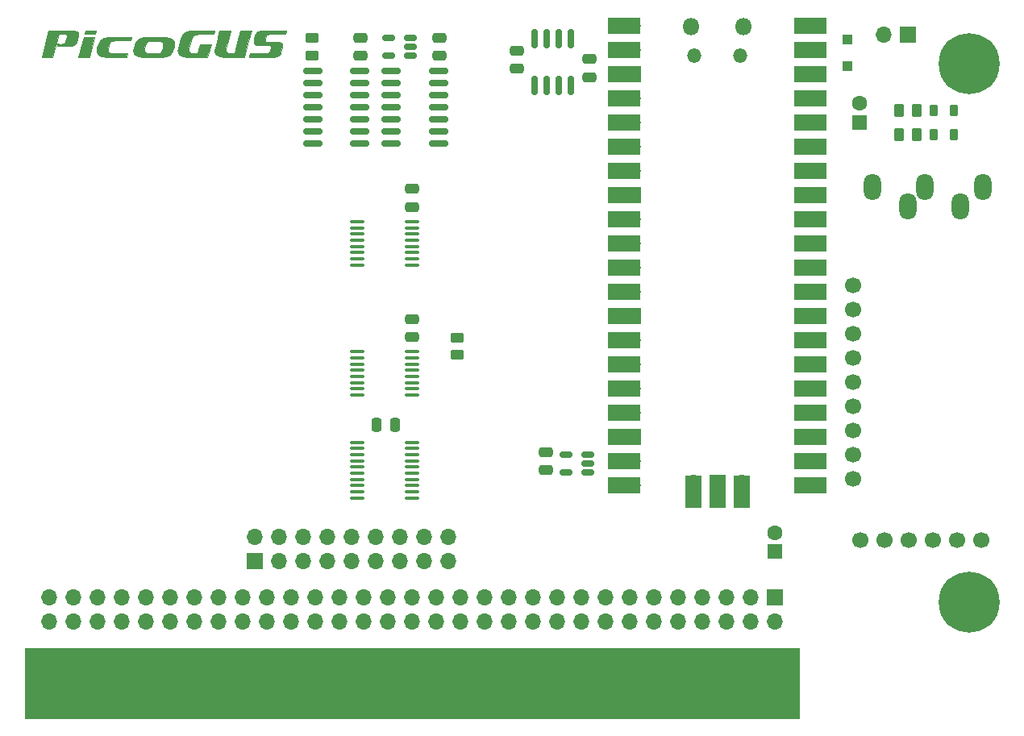
<source format=gbr>
G04 #@! TF.GenerationSoftware,KiCad,Pcbnew,7.0.5-0*
G04 #@! TF.CreationDate,2023-07-02T22:21:17-05:00*
G04 #@! TF.ProjectId,PicoGUS,5069636f-4755-4532-9e6b-696361645f70,rev?*
G04 #@! TF.SameCoordinates,Original*
G04 #@! TF.FileFunction,Soldermask,Top*
G04 #@! TF.FilePolarity,Negative*
%FSLAX46Y46*%
G04 Gerber Fmt 4.6, Leading zero omitted, Abs format (unit mm)*
G04 Created by KiCad (PCBNEW 7.0.5-0) date 2023-07-02 22:21:17*
%MOMM*%
%LPD*%
G01*
G04 APERTURE LIST*
G04 Aperture macros list*
%AMRoundRect*
0 Rectangle with rounded corners*
0 $1 Rounding radius*
0 $2 $3 $4 $5 $6 $7 $8 $9 X,Y pos of 4 corners*
0 Add a 4 corners polygon primitive as box body*
4,1,4,$2,$3,$4,$5,$6,$7,$8,$9,$2,$3,0*
0 Add four circle primitives for the rounded corners*
1,1,$1+$1,$2,$3*
1,1,$1+$1,$4,$5*
1,1,$1+$1,$6,$7*
1,1,$1+$1,$8,$9*
0 Add four rect primitives between the rounded corners*
20,1,$1+$1,$2,$3,$4,$5,0*
20,1,$1+$1,$4,$5,$6,$7,0*
20,1,$1+$1,$6,$7,$8,$9,0*
20,1,$1+$1,$8,$9,$2,$3,0*%
G04 Aperture macros list end*
%ADD10C,0.070000*%
%ADD11C,0.100000*%
%ADD12R,1.524000X6.858000*%
%ADD13RoundRect,0.250000X0.475000X-0.250000X0.475000X0.250000X-0.475000X0.250000X-0.475000X-0.250000X0*%
%ADD14RoundRect,0.250000X-0.262500X-0.450000X0.262500X-0.450000X0.262500X0.450000X-0.262500X0.450000X0*%
%ADD15RoundRect,0.100000X-0.637500X-0.100000X0.637500X-0.100000X0.637500X0.100000X-0.637500X0.100000X0*%
%ADD16R,1.700000X1.700000*%
%ADD17O,1.700000X1.700000*%
%ADD18RoundRect,0.150000X-0.825000X-0.150000X0.825000X-0.150000X0.825000X0.150000X-0.825000X0.150000X0*%
%ADD19RoundRect,0.150000X-0.150000X0.825000X-0.150000X-0.825000X0.150000X-0.825000X0.150000X0.825000X0*%
%ADD20R,1.600000X1.600000*%
%ADD21C,1.600000*%
%ADD22O,1.800000X2.800000*%
%ADD23RoundRect,0.150000X0.512500X0.150000X-0.512500X0.150000X-0.512500X-0.150000X0.512500X-0.150000X0*%
%ADD24O,1.800000X1.800000*%
%ADD25O,1.500000X1.500000*%
%ADD26R,3.500000X1.700000*%
%ADD27R,1.700000X3.500000*%
%ADD28RoundRect,0.250000X0.250000X0.475000X-0.250000X0.475000X-0.250000X-0.475000X0.250000X-0.475000X0*%
%ADD29RoundRect,0.218750X-0.218750X-0.381250X0.218750X-0.381250X0.218750X0.381250X-0.218750X0.381250X0*%
%ADD30RoundRect,0.250000X0.450000X-0.262500X0.450000X0.262500X-0.450000X0.262500X-0.450000X-0.262500X0*%
%ADD31C,6.400000*%
%ADD32RoundRect,0.250000X-0.450000X0.262500X-0.450000X-0.262500X0.450000X-0.262500X0.450000X0.262500X0*%
%ADD33C,1.700000*%
%ADD34R,1.100000X1.100000*%
%ADD35RoundRect,0.250000X0.262500X0.450000X-0.262500X0.450000X-0.262500X-0.450000X0.262500X-0.450000X0*%
G04 APERTURE END LIST*
D10*
X123925861Y-64390492D02*
X122784436Y-64390492D01*
X122884372Y-64023393D01*
X124026105Y-64023393D01*
X123925861Y-64390492D01*
G36*
X123925861Y-64390492D02*
G01*
X122784436Y-64390492D01*
X122884372Y-64023393D01*
X124026105Y-64023393D01*
X123925861Y-64390492D01*
G37*
X134175025Y-64025038D02*
X136439503Y-64025038D01*
X136334864Y-64389694D01*
X134890645Y-64389694D01*
X134743653Y-64393082D01*
X134615336Y-64402791D01*
X134503848Y-64419989D01*
X134453839Y-64431761D01*
X134407344Y-64445843D01*
X134364135Y-64462381D01*
X134323979Y-64481521D01*
X134286647Y-64503408D01*
X134251908Y-64528189D01*
X134219531Y-64556010D01*
X134189285Y-64587017D01*
X134160940Y-64621355D01*
X134134264Y-64659170D01*
X134085002Y-64745817D01*
X134039651Y-64848125D01*
X133996368Y-64967262D01*
X133953306Y-65104394D01*
X133746369Y-65856236D01*
X133736471Y-65896341D01*
X133729542Y-65934592D01*
X133725434Y-65971028D01*
X133723998Y-66005686D01*
X133725088Y-66038607D01*
X133728554Y-66069827D01*
X133734250Y-66099387D01*
X133742027Y-66127323D01*
X133751738Y-66153675D01*
X133763234Y-66178482D01*
X133776368Y-66201781D01*
X133790991Y-66223612D01*
X133806957Y-66244013D01*
X133824117Y-66263021D01*
X133842324Y-66280677D01*
X133861429Y-66297019D01*
X133881284Y-66312084D01*
X133901743Y-66325912D01*
X133922656Y-66338541D01*
X133943876Y-66350009D01*
X133986646Y-66369619D01*
X134028870Y-66385049D01*
X134069364Y-66396608D01*
X134106947Y-66404605D01*
X134140435Y-66409346D01*
X134168645Y-66411141D01*
X134644113Y-66411345D01*
X134926046Y-65412764D01*
X136068779Y-65412457D01*
X135695894Y-66791334D01*
X135423810Y-66787594D01*
X134827959Y-66786960D01*
X133965119Y-66790923D01*
X133847563Y-66791528D01*
X133723584Y-66790084D01*
X133595493Y-66785342D01*
X133465600Y-66776056D01*
X133336214Y-66760979D01*
X133272433Y-66750879D01*
X133209646Y-66738864D01*
X133148140Y-66724777D01*
X133088205Y-66708463D01*
X133030130Y-66689766D01*
X132974202Y-66668529D01*
X132920712Y-66644598D01*
X132869947Y-66617816D01*
X132822196Y-66588027D01*
X132777749Y-66555076D01*
X132736893Y-66518806D01*
X132699919Y-66479062D01*
X132667113Y-66435688D01*
X132638766Y-66388527D01*
X132615165Y-66337424D01*
X132596600Y-66282224D01*
X132583360Y-66222770D01*
X132575733Y-66158906D01*
X132574007Y-66090476D01*
X132578472Y-66017325D01*
X132589417Y-65939297D01*
X132607129Y-65856236D01*
X132865499Y-64869278D01*
X132894685Y-64770470D01*
X132929371Y-64676900D01*
X132969883Y-64588761D01*
X133016545Y-64506246D01*
X133069685Y-64429548D01*
X133129629Y-64358861D01*
X133162254Y-64325832D01*
X133196703Y-64294378D01*
X133233015Y-64264523D01*
X133271233Y-64236291D01*
X133311395Y-64209706D01*
X133353544Y-64184793D01*
X133397721Y-64161576D01*
X133443965Y-64140078D01*
X133492317Y-64120325D01*
X133542819Y-64102339D01*
X133595511Y-64086146D01*
X133650435Y-64071769D01*
X133767137Y-64048561D01*
X133893252Y-64032907D01*
X134029106Y-64025002D01*
X134175025Y-64025038D01*
G36*
X134175025Y-64025038D02*
G01*
X136439503Y-64025038D01*
X136334864Y-64389694D01*
X134890645Y-64389694D01*
X134743653Y-64393082D01*
X134615336Y-64402791D01*
X134503848Y-64419989D01*
X134453839Y-64431761D01*
X134407344Y-64445843D01*
X134364135Y-64462381D01*
X134323979Y-64481521D01*
X134286647Y-64503408D01*
X134251908Y-64528189D01*
X134219531Y-64556010D01*
X134189285Y-64587017D01*
X134160940Y-64621355D01*
X134134264Y-64659170D01*
X134085002Y-64745817D01*
X134039651Y-64848125D01*
X133996368Y-64967262D01*
X133953306Y-65104394D01*
X133746369Y-65856236D01*
X133736471Y-65896341D01*
X133729542Y-65934592D01*
X133725434Y-65971028D01*
X133723998Y-66005686D01*
X133725088Y-66038607D01*
X133728554Y-66069827D01*
X133734250Y-66099387D01*
X133742027Y-66127323D01*
X133751738Y-66153675D01*
X133763234Y-66178482D01*
X133776368Y-66201781D01*
X133790991Y-66223612D01*
X133806957Y-66244013D01*
X133824117Y-66263021D01*
X133842324Y-66280677D01*
X133861429Y-66297019D01*
X133881284Y-66312084D01*
X133901743Y-66325912D01*
X133922656Y-66338541D01*
X133943876Y-66350009D01*
X133986646Y-66369619D01*
X134028870Y-66385049D01*
X134069364Y-66396608D01*
X134106947Y-66404605D01*
X134140435Y-66409346D01*
X134168645Y-66411141D01*
X134644113Y-66411345D01*
X134926046Y-65412764D01*
X136068779Y-65412457D01*
X135695894Y-66791334D01*
X135423810Y-66787594D01*
X134827959Y-66786960D01*
X133965119Y-66790923D01*
X133847563Y-66791528D01*
X133723584Y-66790084D01*
X133595493Y-66785342D01*
X133465600Y-66776056D01*
X133336214Y-66760979D01*
X133272433Y-66750879D01*
X133209646Y-66738864D01*
X133148140Y-66724777D01*
X133088205Y-66708463D01*
X133030130Y-66689766D01*
X132974202Y-66668529D01*
X132920712Y-66644598D01*
X132869947Y-66617816D01*
X132822196Y-66588027D01*
X132777749Y-66555076D01*
X132736893Y-66518806D01*
X132699919Y-66479062D01*
X132667113Y-66435688D01*
X132638766Y-66388527D01*
X132615165Y-66337424D01*
X132596600Y-66282224D01*
X132583360Y-66222770D01*
X132575733Y-66158906D01*
X132574007Y-66090476D01*
X132578472Y-66017325D01*
X132589417Y-65939297D01*
X132607129Y-65856236D01*
X132865499Y-64869278D01*
X132894685Y-64770470D01*
X132929371Y-64676900D01*
X132969883Y-64588761D01*
X133016545Y-64506246D01*
X133069685Y-64429548D01*
X133129629Y-64358861D01*
X133162254Y-64325832D01*
X133196703Y-64294378D01*
X133233015Y-64264523D01*
X133271233Y-64236291D01*
X133311395Y-64209706D01*
X133353544Y-64184793D01*
X133397721Y-64161576D01*
X133443965Y-64140078D01*
X133492317Y-64120325D01*
X133542819Y-64102339D01*
X133595511Y-64086146D01*
X133650435Y-64071769D01*
X133767137Y-64048561D01*
X133893252Y-64032907D01*
X134029106Y-64025002D01*
X134175025Y-64025038D01*
G37*
X131060687Y-64696064D02*
X131188777Y-64700805D01*
X131318670Y-64710091D01*
X131448056Y-64725168D01*
X131511836Y-64735268D01*
X131574624Y-64747284D01*
X131636130Y-64761371D01*
X131696065Y-64777685D01*
X131754141Y-64796382D01*
X131810068Y-64817619D01*
X131863559Y-64841550D01*
X131914324Y-64868332D01*
X131962075Y-64898121D01*
X132006522Y-64931073D01*
X132047378Y-64967343D01*
X132084353Y-65007087D01*
X132117158Y-65050462D01*
X132145506Y-65097623D01*
X132169106Y-65148726D01*
X132187671Y-65203926D01*
X132200911Y-65263381D01*
X132208539Y-65327245D01*
X132210264Y-65395675D01*
X132205798Y-65468826D01*
X132194853Y-65546855D01*
X132177140Y-65629917D01*
X132096297Y-65938752D01*
X132067107Y-66037560D01*
X132032419Y-66131131D01*
X131991907Y-66219271D01*
X131945243Y-66301786D01*
X131892102Y-66378485D01*
X131832157Y-66449173D01*
X131799532Y-66482202D01*
X131765083Y-66513657D01*
X131728771Y-66543513D01*
X131690553Y-66571745D01*
X131650391Y-66598330D01*
X131608241Y-66623244D01*
X131564065Y-66646461D01*
X131517821Y-66667959D01*
X131469469Y-66687713D01*
X131418967Y-66705699D01*
X131366275Y-66721893D01*
X131311352Y-66736271D01*
X131194650Y-66759480D01*
X131068536Y-66775134D01*
X130932682Y-66783040D01*
X130786763Y-66783005D01*
X129981514Y-66783080D01*
X129981514Y-66783098D01*
X129638077Y-66784276D01*
X129407144Y-66786158D01*
X129304392Y-66788636D01*
X129186834Y-66789242D01*
X129062854Y-66787798D01*
X128934885Y-66783061D01*
X129915672Y-66783061D01*
X129981382Y-66783098D01*
X129980884Y-66783080D01*
X129976439Y-66783080D01*
X129921450Y-66783061D01*
X129915672Y-66783061D01*
X128934885Y-66783061D01*
X128934763Y-66783057D01*
X128804869Y-66773771D01*
X128675482Y-66758694D01*
X128611701Y-66748594D01*
X128548914Y-66736578D01*
X128487408Y-66722491D01*
X128427473Y-66706177D01*
X128369397Y-66687480D01*
X128313469Y-66666243D01*
X128259979Y-66642312D01*
X128209214Y-66615530D01*
X128161463Y-66585741D01*
X128117015Y-66552789D01*
X128076159Y-66516519D01*
X128039184Y-66476775D01*
X128006378Y-66433400D01*
X127978031Y-66386239D01*
X127954430Y-66335136D01*
X127935864Y-66279936D01*
X127922623Y-66220481D01*
X127914995Y-66156617D01*
X127913269Y-66088187D01*
X127917734Y-66015036D01*
X127919368Y-66003386D01*
X129063238Y-66003386D01*
X129064321Y-66036304D01*
X129067783Y-66067524D01*
X129073475Y-66097082D01*
X129081250Y-66125018D01*
X129090959Y-66151370D01*
X129102454Y-66176176D01*
X129115588Y-66199475D01*
X129130212Y-66221306D01*
X129146179Y-66241707D01*
X129163341Y-66260717D01*
X129181549Y-66278373D01*
X129200657Y-66294715D01*
X129220515Y-66309781D01*
X129240977Y-66323610D01*
X129261893Y-66336240D01*
X129283117Y-66347709D01*
X129325895Y-66367321D01*
X129368126Y-66382753D01*
X129408627Y-66394314D01*
X129446215Y-66402311D01*
X129479707Y-66407053D01*
X129507918Y-66408848D01*
X129948806Y-66418349D01*
X129982958Y-66418349D01*
X129983384Y-66417941D01*
X130042040Y-66418349D01*
X130071135Y-66418349D01*
X130217802Y-66416599D01*
X130345041Y-66412076D01*
X130454551Y-66404017D01*
X130503188Y-66398423D01*
X130548031Y-66391658D01*
X130589291Y-66383627D01*
X130627180Y-66374235D01*
X130661912Y-66363385D01*
X130693698Y-66350983D01*
X130722751Y-66336934D01*
X130749283Y-66321141D01*
X130773506Y-66303509D01*
X130795634Y-66283943D01*
X130815877Y-66262347D01*
X130834450Y-66238626D01*
X130851563Y-66212684D01*
X130867430Y-66184426D01*
X130882263Y-66153757D01*
X130896274Y-66120580D01*
X130922680Y-66046323D01*
X130948347Y-65960892D01*
X130974974Y-65863523D01*
X131037905Y-65629917D01*
X131047814Y-65589815D01*
X131054752Y-65551567D01*
X131058868Y-65515133D01*
X131060310Y-65480476D01*
X131059226Y-65447557D01*
X131055764Y-65416338D01*
X131050072Y-65386780D01*
X131042298Y-65358844D01*
X131032589Y-65332492D01*
X131021094Y-65307686D01*
X131007960Y-65284387D01*
X130993335Y-65262556D01*
X130977368Y-65242155D01*
X130960206Y-65223145D01*
X130941998Y-65205489D01*
X130922890Y-65189147D01*
X130903032Y-65174080D01*
X130882570Y-65160252D01*
X130861653Y-65147622D01*
X130840430Y-65136152D01*
X130797652Y-65116541D01*
X130755421Y-65101109D01*
X130714920Y-65089548D01*
X130677332Y-65081551D01*
X130643841Y-65076809D01*
X130615629Y-65075014D01*
X130140162Y-65074811D01*
X130093917Y-65075107D01*
X130094087Y-65074385D01*
X130094101Y-65074385D01*
X130181926Y-64700856D01*
X130181911Y-64700856D01*
X130094087Y-65074385D01*
X130050893Y-65074385D01*
X129904243Y-65076035D01*
X129777052Y-65080276D01*
X129667616Y-65087897D01*
X129619024Y-65093223D01*
X129574232Y-65099689D01*
X129533027Y-65107396D01*
X129495197Y-65116441D01*
X129460527Y-65126924D01*
X129428806Y-65138943D01*
X129399821Y-65152597D01*
X129373357Y-65167984D01*
X129349204Y-65185204D01*
X129327147Y-65204355D01*
X129306974Y-65225535D01*
X129288472Y-65248844D01*
X129271427Y-65274380D01*
X129255628Y-65302243D01*
X129240861Y-65332529D01*
X129226913Y-65365340D01*
X129200622Y-65438925D01*
X129175054Y-65523788D01*
X129148503Y-65620720D01*
X129085643Y-65853945D01*
X129075735Y-65894047D01*
X129068796Y-65932295D01*
X129064680Y-65968729D01*
X129063238Y-66003386D01*
X127919368Y-66003386D01*
X127928677Y-65937007D01*
X127946389Y-65853945D01*
X128027252Y-65545091D01*
X128056437Y-65446286D01*
X128091122Y-65352718D01*
X128131632Y-65264581D01*
X128178294Y-65182068D01*
X128231433Y-65105371D01*
X128291376Y-65034685D01*
X128324000Y-65001655D01*
X128358448Y-64970201D01*
X128394760Y-64940346D01*
X128432977Y-64912114D01*
X128473140Y-64885530D01*
X128515288Y-64860617D01*
X128559464Y-64837399D01*
X128605708Y-64815901D01*
X128654060Y-64796148D01*
X128704562Y-64778162D01*
X128757254Y-64761968D01*
X128812177Y-64747591D01*
X128928878Y-64724382D01*
X129054993Y-64708728D01*
X129190847Y-64700821D01*
X129336766Y-64700856D01*
X130181911Y-64700856D01*
X130181946Y-64700708D01*
X130509364Y-64699203D01*
X130724110Y-64697562D01*
X130793801Y-64696486D01*
X130819154Y-64695226D01*
X130936709Y-64694620D01*
X131060687Y-64696064D01*
G36*
X131060687Y-64696064D02*
G01*
X131188777Y-64700805D01*
X131318670Y-64710091D01*
X131448056Y-64725168D01*
X131511836Y-64735268D01*
X131574624Y-64747284D01*
X131636130Y-64761371D01*
X131696065Y-64777685D01*
X131754141Y-64796382D01*
X131810068Y-64817619D01*
X131863559Y-64841550D01*
X131914324Y-64868332D01*
X131962075Y-64898121D01*
X132006522Y-64931073D01*
X132047378Y-64967343D01*
X132084353Y-65007087D01*
X132117158Y-65050462D01*
X132145506Y-65097623D01*
X132169106Y-65148726D01*
X132187671Y-65203926D01*
X132200911Y-65263381D01*
X132208539Y-65327245D01*
X132210264Y-65395675D01*
X132205798Y-65468826D01*
X132194853Y-65546855D01*
X132177140Y-65629917D01*
X132096297Y-65938752D01*
X132067107Y-66037560D01*
X132032419Y-66131131D01*
X131991907Y-66219271D01*
X131945243Y-66301786D01*
X131892102Y-66378485D01*
X131832157Y-66449173D01*
X131799532Y-66482202D01*
X131765083Y-66513657D01*
X131728771Y-66543513D01*
X131690553Y-66571745D01*
X131650391Y-66598330D01*
X131608241Y-66623244D01*
X131564065Y-66646461D01*
X131517821Y-66667959D01*
X131469469Y-66687713D01*
X131418967Y-66705699D01*
X131366275Y-66721893D01*
X131311352Y-66736271D01*
X131194650Y-66759480D01*
X131068536Y-66775134D01*
X130932682Y-66783040D01*
X130786763Y-66783005D01*
X129981514Y-66783080D01*
X129981514Y-66783098D01*
X129638077Y-66784276D01*
X129407144Y-66786158D01*
X129304392Y-66788636D01*
X129186834Y-66789242D01*
X129062854Y-66787798D01*
X128934885Y-66783061D01*
X129915672Y-66783061D01*
X129981382Y-66783098D01*
X129980884Y-66783080D01*
X129976439Y-66783080D01*
X129921450Y-66783061D01*
X129915672Y-66783061D01*
X128934885Y-66783061D01*
X128934763Y-66783057D01*
X128804869Y-66773771D01*
X128675482Y-66758694D01*
X128611701Y-66748594D01*
X128548914Y-66736578D01*
X128487408Y-66722491D01*
X128427473Y-66706177D01*
X128369397Y-66687480D01*
X128313469Y-66666243D01*
X128259979Y-66642312D01*
X128209214Y-66615530D01*
X128161463Y-66585741D01*
X128117015Y-66552789D01*
X128076159Y-66516519D01*
X128039184Y-66476775D01*
X128006378Y-66433400D01*
X127978031Y-66386239D01*
X127954430Y-66335136D01*
X127935864Y-66279936D01*
X127922623Y-66220481D01*
X127914995Y-66156617D01*
X127913269Y-66088187D01*
X127917734Y-66015036D01*
X127919368Y-66003386D01*
X129063238Y-66003386D01*
X129064321Y-66036304D01*
X129067783Y-66067524D01*
X129073475Y-66097082D01*
X129081250Y-66125018D01*
X129090959Y-66151370D01*
X129102454Y-66176176D01*
X129115588Y-66199475D01*
X129130212Y-66221306D01*
X129146179Y-66241707D01*
X129163341Y-66260717D01*
X129181549Y-66278373D01*
X129200657Y-66294715D01*
X129220515Y-66309781D01*
X129240977Y-66323610D01*
X129261893Y-66336240D01*
X129283117Y-66347709D01*
X129325895Y-66367321D01*
X129368126Y-66382753D01*
X129408627Y-66394314D01*
X129446215Y-66402311D01*
X129479707Y-66407053D01*
X129507918Y-66408848D01*
X129948806Y-66418349D01*
X129982958Y-66418349D01*
X129983384Y-66417941D01*
X130042040Y-66418349D01*
X130071135Y-66418349D01*
X130217802Y-66416599D01*
X130345041Y-66412076D01*
X130454551Y-66404017D01*
X130503188Y-66398423D01*
X130548031Y-66391658D01*
X130589291Y-66383627D01*
X130627180Y-66374235D01*
X130661912Y-66363385D01*
X130693698Y-66350983D01*
X130722751Y-66336934D01*
X130749283Y-66321141D01*
X130773506Y-66303509D01*
X130795634Y-66283943D01*
X130815877Y-66262347D01*
X130834450Y-66238626D01*
X130851563Y-66212684D01*
X130867430Y-66184426D01*
X130882263Y-66153757D01*
X130896274Y-66120580D01*
X130922680Y-66046323D01*
X130948347Y-65960892D01*
X130974974Y-65863523D01*
X131037905Y-65629917D01*
X131047814Y-65589815D01*
X131054752Y-65551567D01*
X131058868Y-65515133D01*
X131060310Y-65480476D01*
X131059226Y-65447557D01*
X131055764Y-65416338D01*
X131050072Y-65386780D01*
X131042298Y-65358844D01*
X131032589Y-65332492D01*
X131021094Y-65307686D01*
X131007960Y-65284387D01*
X130993335Y-65262556D01*
X130977368Y-65242155D01*
X130960206Y-65223145D01*
X130941998Y-65205489D01*
X130922890Y-65189147D01*
X130903032Y-65174080D01*
X130882570Y-65160252D01*
X130861653Y-65147622D01*
X130840430Y-65136152D01*
X130797652Y-65116541D01*
X130755421Y-65101109D01*
X130714920Y-65089548D01*
X130677332Y-65081551D01*
X130643841Y-65076809D01*
X130615629Y-65075014D01*
X130140162Y-65074811D01*
X130093917Y-65075107D01*
X130094087Y-65074385D01*
X130094101Y-65074385D01*
X130181926Y-64700856D01*
X130181911Y-64700856D01*
X130094087Y-65074385D01*
X130050893Y-65074385D01*
X129904243Y-65076035D01*
X129777052Y-65080276D01*
X129667616Y-65087897D01*
X129619024Y-65093223D01*
X129574232Y-65099689D01*
X129533027Y-65107396D01*
X129495197Y-65116441D01*
X129460527Y-65126924D01*
X129428806Y-65138943D01*
X129399821Y-65152597D01*
X129373357Y-65167984D01*
X129349204Y-65185204D01*
X129327147Y-65204355D01*
X129306974Y-65225535D01*
X129288472Y-65248844D01*
X129271427Y-65274380D01*
X129255628Y-65302243D01*
X129240861Y-65332529D01*
X129226913Y-65365340D01*
X129200622Y-65438925D01*
X129175054Y-65523788D01*
X129148503Y-65620720D01*
X129085643Y-65853945D01*
X129075735Y-65894047D01*
X129068796Y-65932295D01*
X129064680Y-65968729D01*
X129063238Y-66003386D01*
X127919368Y-66003386D01*
X127928677Y-65937007D01*
X127946389Y-65853945D01*
X128027252Y-65545091D01*
X128056437Y-65446286D01*
X128091122Y-65352718D01*
X128131632Y-65264581D01*
X128178294Y-65182068D01*
X128231433Y-65105371D01*
X128291376Y-65034685D01*
X128324000Y-65001655D01*
X128358448Y-64970201D01*
X128394760Y-64940346D01*
X128432977Y-64912114D01*
X128473140Y-64885530D01*
X128515288Y-64860617D01*
X128559464Y-64837399D01*
X128605708Y-64815901D01*
X128654060Y-64796148D01*
X128704562Y-64778162D01*
X128757254Y-64761968D01*
X128812177Y-64747591D01*
X128928878Y-64724382D01*
X129054993Y-64708728D01*
X129190847Y-64700821D01*
X129336766Y-64700856D01*
X130181911Y-64700856D01*
X130181946Y-64700708D01*
X130509364Y-64699203D01*
X130724110Y-64697562D01*
X130793801Y-64696486D01*
X130819154Y-64695226D01*
X130936709Y-64694620D01*
X131060687Y-64696064D01*
G37*
X125489613Y-64700698D02*
X127754097Y-64700698D01*
X127649452Y-65065354D01*
X126205243Y-65065354D01*
X126058577Y-65067104D01*
X125931338Y-65071629D01*
X125821827Y-65079692D01*
X125773188Y-65085289D01*
X125728345Y-65092056D01*
X125687083Y-65100090D01*
X125649192Y-65109486D01*
X125614459Y-65120338D01*
X125582671Y-65132744D01*
X125553617Y-65146797D01*
X125527083Y-65162593D01*
X125502858Y-65180228D01*
X125480729Y-65199798D01*
X125460483Y-65221397D01*
X125441909Y-65245121D01*
X125424794Y-65271066D01*
X125408926Y-65299326D01*
X125394092Y-65329998D01*
X125380080Y-65363177D01*
X125353672Y-65437436D01*
X125328004Y-65522867D01*
X125301378Y-65620234D01*
X125238452Y-65853828D01*
X125228546Y-65893933D01*
X125221609Y-65932184D01*
X125217494Y-65968620D01*
X125216053Y-66003279D01*
X125217138Y-66036199D01*
X125220600Y-66067420D01*
X125226293Y-66096979D01*
X125234068Y-66124915D01*
X125243777Y-66151268D01*
X125255272Y-66176074D01*
X125268406Y-66199374D01*
X125283031Y-66221204D01*
X125298998Y-66241605D01*
X125316159Y-66260614D01*
X125334367Y-66278270D01*
X125353474Y-66294611D01*
X125373332Y-66309676D01*
X125393793Y-66323504D01*
X125414709Y-66336133D01*
X125435933Y-66347601D01*
X125478709Y-66367211D01*
X125520939Y-66382641D01*
X125561439Y-66394200D01*
X125599026Y-66402197D01*
X125632517Y-66406938D01*
X125660728Y-66408734D01*
X126136197Y-66408937D01*
X127278936Y-66408630D01*
X127187977Y-66788926D01*
X126915893Y-66785186D01*
X126320043Y-66784553D01*
X125457202Y-66788515D01*
X125339646Y-66789120D01*
X125215667Y-66787676D01*
X125087576Y-66782934D01*
X124957683Y-66773649D01*
X124828297Y-66758572D01*
X124764517Y-66748472D01*
X124701729Y-66736456D01*
X124640224Y-66722369D01*
X124580289Y-66706055D01*
X124522213Y-66687358D01*
X124466286Y-66666121D01*
X124412795Y-66642190D01*
X124362030Y-66615408D01*
X124314280Y-66585619D01*
X124269832Y-66552668D01*
X124228977Y-66516398D01*
X124192002Y-66476654D01*
X124159197Y-66433280D01*
X124130849Y-66386119D01*
X124107249Y-66335017D01*
X124088684Y-66279816D01*
X124075443Y-66220362D01*
X124067816Y-66156498D01*
X124066091Y-66088069D01*
X124070556Y-66014918D01*
X124081500Y-65936889D01*
X124099213Y-65853828D01*
X124180088Y-65544942D01*
X124209275Y-65446133D01*
X124243962Y-65352562D01*
X124284473Y-65264423D01*
X124331136Y-65181908D01*
X124384276Y-65105210D01*
X124444220Y-65034522D01*
X124476845Y-65001493D01*
X124511293Y-64970038D01*
X124547606Y-64940183D01*
X124585823Y-64911951D01*
X124625986Y-64885367D01*
X124668135Y-64860453D01*
X124712311Y-64837236D01*
X124758555Y-64815739D01*
X124806907Y-64795985D01*
X124857409Y-64777999D01*
X124910101Y-64761806D01*
X124965024Y-64747429D01*
X125081726Y-64724221D01*
X125207840Y-64708567D01*
X125343694Y-64700662D01*
X125489613Y-64700698D01*
G36*
X125489613Y-64700698D02*
G01*
X127754097Y-64700698D01*
X127649452Y-65065354D01*
X126205243Y-65065354D01*
X126058577Y-65067104D01*
X125931338Y-65071629D01*
X125821827Y-65079692D01*
X125773188Y-65085289D01*
X125728345Y-65092056D01*
X125687083Y-65100090D01*
X125649192Y-65109486D01*
X125614459Y-65120338D01*
X125582671Y-65132744D01*
X125553617Y-65146797D01*
X125527083Y-65162593D01*
X125502858Y-65180228D01*
X125480729Y-65199798D01*
X125460483Y-65221397D01*
X125441909Y-65245121D01*
X125424794Y-65271066D01*
X125408926Y-65299326D01*
X125394092Y-65329998D01*
X125380080Y-65363177D01*
X125353672Y-65437436D01*
X125328004Y-65522867D01*
X125301378Y-65620234D01*
X125238452Y-65853828D01*
X125228546Y-65893933D01*
X125221609Y-65932184D01*
X125217494Y-65968620D01*
X125216053Y-66003279D01*
X125217138Y-66036199D01*
X125220600Y-66067420D01*
X125226293Y-66096979D01*
X125234068Y-66124915D01*
X125243777Y-66151268D01*
X125255272Y-66176074D01*
X125268406Y-66199374D01*
X125283031Y-66221204D01*
X125298998Y-66241605D01*
X125316159Y-66260614D01*
X125334367Y-66278270D01*
X125353474Y-66294611D01*
X125373332Y-66309676D01*
X125393793Y-66323504D01*
X125414709Y-66336133D01*
X125435933Y-66347601D01*
X125478709Y-66367211D01*
X125520939Y-66382641D01*
X125561439Y-66394200D01*
X125599026Y-66402197D01*
X125632517Y-66406938D01*
X125660728Y-66408734D01*
X126136197Y-66408937D01*
X127278936Y-66408630D01*
X127187977Y-66788926D01*
X126915893Y-66785186D01*
X126320043Y-66784553D01*
X125457202Y-66788515D01*
X125339646Y-66789120D01*
X125215667Y-66787676D01*
X125087576Y-66782934D01*
X124957683Y-66773649D01*
X124828297Y-66758572D01*
X124764517Y-66748472D01*
X124701729Y-66736456D01*
X124640224Y-66722369D01*
X124580289Y-66706055D01*
X124522213Y-66687358D01*
X124466286Y-66666121D01*
X124412795Y-66642190D01*
X124362030Y-66615408D01*
X124314280Y-66585619D01*
X124269832Y-66552668D01*
X124228977Y-66516398D01*
X124192002Y-66476654D01*
X124159197Y-66433280D01*
X124130849Y-66386119D01*
X124107249Y-66335017D01*
X124088684Y-66279816D01*
X124075443Y-66220362D01*
X124067816Y-66156498D01*
X124066091Y-66088069D01*
X124070556Y-66014918D01*
X124081500Y-65936889D01*
X124099213Y-65853828D01*
X124180088Y-65544942D01*
X124209275Y-65446133D01*
X124243962Y-65352562D01*
X124284473Y-65264423D01*
X124331136Y-65181908D01*
X124384276Y-65105210D01*
X124444220Y-65034522D01*
X124476845Y-65001493D01*
X124511293Y-64970038D01*
X124547606Y-64940183D01*
X124585823Y-64911951D01*
X124625986Y-64885367D01*
X124668135Y-64860453D01*
X124712311Y-64837236D01*
X124758555Y-64815739D01*
X124806907Y-64795985D01*
X124857409Y-64777999D01*
X124910101Y-64761806D01*
X124965024Y-64747429D01*
X125081726Y-64724221D01*
X125207840Y-64708567D01*
X125343694Y-64700662D01*
X125489613Y-64700698D01*
G37*
X123271996Y-66784467D02*
X122132424Y-66784467D01*
X122700242Y-64699560D01*
X123841435Y-64699560D01*
X123271996Y-66784467D01*
G36*
X123271996Y-66784467D02*
G01*
X122132424Y-66784467D01*
X122700242Y-64699560D01*
X123841435Y-64699560D01*
X123271996Y-66784467D01*
G37*
X121465508Y-64021141D02*
X121578017Y-64025614D01*
X121679562Y-64034341D01*
X121770348Y-64047561D01*
X121850584Y-64065511D01*
X121920474Y-64088427D01*
X121951605Y-64101822D01*
X121980227Y-64116548D01*
X122006366Y-64132634D01*
X122030048Y-64150110D01*
X122051299Y-64169006D01*
X122070144Y-64189351D01*
X122086610Y-64211175D01*
X122100722Y-64234507D01*
X122112507Y-64259378D01*
X122121989Y-64285817D01*
X122129195Y-64313854D01*
X122134151Y-64343518D01*
X122136882Y-64374838D01*
X122137414Y-64407846D01*
X122131986Y-64479039D01*
X122118072Y-64557334D01*
X121943359Y-65195145D01*
X121933248Y-65234100D01*
X121920673Y-65270792D01*
X121905746Y-65305288D01*
X121888579Y-65337657D01*
X121869286Y-65367966D01*
X121847979Y-65396284D01*
X121824771Y-65422678D01*
X121799774Y-65447217D01*
X121773102Y-65469969D01*
X121744867Y-65491001D01*
X121715181Y-65510382D01*
X121684158Y-65528179D01*
X121651909Y-65544461D01*
X121618549Y-65559295D01*
X121584189Y-65572750D01*
X121548942Y-65584894D01*
X121512921Y-65595794D01*
X121476239Y-65605518D01*
X121401341Y-65621713D01*
X121325150Y-65634022D01*
X121248567Y-65642988D01*
X121172494Y-65649157D01*
X121097833Y-65653072D01*
X120956352Y-65656315D01*
X120957278Y-65658476D01*
X119923430Y-65658476D01*
X119833448Y-65411763D01*
X120394939Y-65412688D01*
X120454909Y-65410420D01*
X120484236Y-65408439D01*
X120513053Y-65405437D01*
X120541307Y-65401072D01*
X120568946Y-65395002D01*
X120595917Y-65386886D01*
X120609135Y-65381953D01*
X120622167Y-65376380D01*
X120635004Y-65370124D01*
X120647642Y-65363143D01*
X120660073Y-65355394D01*
X120672290Y-65346833D01*
X120684288Y-65337419D01*
X120696059Y-65327108D01*
X120707597Y-65315858D01*
X120718895Y-65303626D01*
X120729946Y-65290369D01*
X120740745Y-65276044D01*
X120751283Y-65260609D01*
X120761556Y-65244020D01*
X120771556Y-65226236D01*
X120781276Y-65207213D01*
X120790710Y-65186909D01*
X120799851Y-65165281D01*
X120951798Y-64642531D01*
X120963765Y-64607090D01*
X120968600Y-64590490D01*
X120972622Y-64574623D01*
X120975795Y-64559478D01*
X120978085Y-64545045D01*
X120979455Y-64531313D01*
X120979871Y-64518272D01*
X120979296Y-64505912D01*
X120977696Y-64494222D01*
X120975035Y-64483192D01*
X120971277Y-64472810D01*
X120966388Y-64463067D01*
X120960331Y-64453953D01*
X120953072Y-64445456D01*
X120944574Y-64437567D01*
X120934803Y-64430274D01*
X120923723Y-64423568D01*
X120911299Y-64417438D01*
X120897495Y-64411873D01*
X120882275Y-64406864D01*
X120865605Y-64402399D01*
X120847449Y-64398468D01*
X120827771Y-64395060D01*
X120806537Y-64392166D01*
X120783710Y-64389775D01*
X120759255Y-64387876D01*
X120733137Y-64386459D01*
X120675770Y-64385028D01*
X120611324Y-64385400D01*
X120068046Y-64386634D01*
X119418890Y-66786704D01*
X118275614Y-66786704D01*
X119025013Y-64024012D01*
X121206769Y-64024012D01*
X121341828Y-64020686D01*
X121465508Y-64021141D01*
G36*
X121465508Y-64021141D02*
G01*
X121578017Y-64025614D01*
X121679562Y-64034341D01*
X121770348Y-64047561D01*
X121850584Y-64065511D01*
X121920474Y-64088427D01*
X121951605Y-64101822D01*
X121980227Y-64116548D01*
X122006366Y-64132634D01*
X122030048Y-64150110D01*
X122051299Y-64169006D01*
X122070144Y-64189351D01*
X122086610Y-64211175D01*
X122100722Y-64234507D01*
X122112507Y-64259378D01*
X122121989Y-64285817D01*
X122129195Y-64313854D01*
X122134151Y-64343518D01*
X122136882Y-64374838D01*
X122137414Y-64407846D01*
X122131986Y-64479039D01*
X122118072Y-64557334D01*
X121943359Y-65195145D01*
X121933248Y-65234100D01*
X121920673Y-65270792D01*
X121905746Y-65305288D01*
X121888579Y-65337657D01*
X121869286Y-65367966D01*
X121847979Y-65396284D01*
X121824771Y-65422678D01*
X121799774Y-65447217D01*
X121773102Y-65469969D01*
X121744867Y-65491001D01*
X121715181Y-65510382D01*
X121684158Y-65528179D01*
X121651909Y-65544461D01*
X121618549Y-65559295D01*
X121584189Y-65572750D01*
X121548942Y-65584894D01*
X121512921Y-65595794D01*
X121476239Y-65605518D01*
X121401341Y-65621713D01*
X121325150Y-65634022D01*
X121248567Y-65642988D01*
X121172494Y-65649157D01*
X121097833Y-65653072D01*
X120956352Y-65656315D01*
X120957278Y-65658476D01*
X119923430Y-65658476D01*
X119833448Y-65411763D01*
X120394939Y-65412688D01*
X120454909Y-65410420D01*
X120484236Y-65408439D01*
X120513053Y-65405437D01*
X120541307Y-65401072D01*
X120568946Y-65395002D01*
X120595917Y-65386886D01*
X120609135Y-65381953D01*
X120622167Y-65376380D01*
X120635004Y-65370124D01*
X120647642Y-65363143D01*
X120660073Y-65355394D01*
X120672290Y-65346833D01*
X120684288Y-65337419D01*
X120696059Y-65327108D01*
X120707597Y-65315858D01*
X120718895Y-65303626D01*
X120729946Y-65290369D01*
X120740745Y-65276044D01*
X120751283Y-65260609D01*
X120761556Y-65244020D01*
X120771556Y-65226236D01*
X120781276Y-65207213D01*
X120790710Y-65186909D01*
X120799851Y-65165281D01*
X120951798Y-64642531D01*
X120963765Y-64607090D01*
X120968600Y-64590490D01*
X120972622Y-64574623D01*
X120975795Y-64559478D01*
X120978085Y-64545045D01*
X120979455Y-64531313D01*
X120979871Y-64518272D01*
X120979296Y-64505912D01*
X120977696Y-64494222D01*
X120975035Y-64483192D01*
X120971277Y-64472810D01*
X120966388Y-64463067D01*
X120960331Y-64453953D01*
X120953072Y-64445456D01*
X120944574Y-64437567D01*
X120934803Y-64430274D01*
X120923723Y-64423568D01*
X120911299Y-64417438D01*
X120897495Y-64411873D01*
X120882275Y-64406864D01*
X120865605Y-64402399D01*
X120847449Y-64398468D01*
X120827771Y-64395060D01*
X120806537Y-64392166D01*
X120783710Y-64389775D01*
X120759255Y-64387876D01*
X120733137Y-64386459D01*
X120675770Y-64385028D01*
X120611324Y-64385400D01*
X120068046Y-64386634D01*
X119418890Y-66786704D01*
X118275614Y-66786704D01*
X119025013Y-64024012D01*
X121206769Y-64024012D01*
X121341828Y-64020686D01*
X121465508Y-64021141D01*
G37*
D11*
X197802500Y-136207500D02*
X116522500Y-136207500D01*
X116522500Y-128905000D01*
X197802500Y-128905000D01*
X197802500Y-136207500D01*
G36*
X197802500Y-136207500D02*
G01*
X116522500Y-136207500D01*
X116522500Y-128905000D01*
X197802500Y-128905000D01*
X197802500Y-136207500D01*
G37*
D10*
X143979386Y-64018986D02*
X143871246Y-64385803D01*
X142255918Y-64386524D01*
X142224050Y-64386669D01*
X142193907Y-64387458D01*
X142165437Y-64388870D01*
X142138586Y-64390886D01*
X142113303Y-64393486D01*
X142089534Y-64396651D01*
X142067226Y-64400361D01*
X142046327Y-64404596D01*
X142026784Y-64409336D01*
X142008543Y-64414562D01*
X141991552Y-64420254D01*
X141975758Y-64426392D01*
X141961108Y-64432957D01*
X141947549Y-64439928D01*
X141935029Y-64447286D01*
X141923495Y-64455012D01*
X141912893Y-64463085D01*
X141903170Y-64471486D01*
X141894275Y-64480195D01*
X141886154Y-64489193D01*
X141878754Y-64498459D01*
X141872023Y-64507974D01*
X141865907Y-64517718D01*
X141860353Y-64527672D01*
X141855309Y-64537816D01*
X141850723Y-64548129D01*
X141842708Y-64569188D01*
X141835887Y-64590690D01*
X141829836Y-64612478D01*
X141750608Y-64895949D01*
X141745086Y-64918287D01*
X141740668Y-64939537D01*
X141737338Y-64959727D01*
X141735085Y-64978883D01*
X141733894Y-64997031D01*
X141733753Y-65014199D01*
X141734648Y-65030413D01*
X141736565Y-65045700D01*
X141739492Y-65060086D01*
X141743415Y-65073598D01*
X141748320Y-65086263D01*
X141754195Y-65098107D01*
X141761027Y-65109158D01*
X141768801Y-65119441D01*
X141777504Y-65128984D01*
X141787123Y-65137814D01*
X141797646Y-65145956D01*
X141809058Y-65153439D01*
X141821346Y-65160287D01*
X141834497Y-65166529D01*
X141848497Y-65172190D01*
X141863334Y-65177298D01*
X141895462Y-65185961D01*
X141930776Y-65192729D01*
X141969168Y-65197817D01*
X142010533Y-65201439D01*
X142054762Y-65203808D01*
X142202831Y-65201883D01*
X142528420Y-65202226D01*
X143001384Y-65203808D01*
X143039007Y-65202645D01*
X143075627Y-65202728D01*
X143111209Y-65204058D01*
X143145716Y-65206638D01*
X143179112Y-65210470D01*
X143211361Y-65215556D01*
X143242427Y-65221898D01*
X143272274Y-65229498D01*
X143300866Y-65238359D01*
X143328166Y-65248482D01*
X143354138Y-65259870D01*
X143378747Y-65272525D01*
X143401955Y-65286449D01*
X143423728Y-65301645D01*
X143444029Y-65318114D01*
X143462822Y-65335859D01*
X143480070Y-65354881D01*
X143495738Y-65375184D01*
X143509789Y-65396769D01*
X143522188Y-65419638D01*
X143532898Y-65443793D01*
X143541883Y-65469238D01*
X143549106Y-65495973D01*
X143554533Y-65524001D01*
X143558127Y-65553324D01*
X143559851Y-65583945D01*
X143559670Y-65615865D01*
X143557547Y-65649087D01*
X143553446Y-65683613D01*
X143547332Y-65719444D01*
X143539168Y-65756584D01*
X143528917Y-65795034D01*
X143386514Y-66314750D01*
X143375919Y-66347772D01*
X143363704Y-66379351D01*
X143349939Y-66409513D01*
X143334693Y-66438286D01*
X143318035Y-66465695D01*
X143300036Y-66491769D01*
X143280765Y-66516533D01*
X143260291Y-66540014D01*
X143238683Y-66562240D01*
X143216012Y-66583236D01*
X143192346Y-66603030D01*
X143167756Y-66621647D01*
X143116079Y-66655463D01*
X143061537Y-66684896D01*
X143004686Y-66710161D01*
X142946082Y-66731471D01*
X142886281Y-66749041D01*
X142825838Y-66763084D01*
X142765311Y-66773814D01*
X142705255Y-66781445D01*
X142646225Y-66786191D01*
X142588779Y-66788266D01*
X140081265Y-66788266D01*
X140178396Y-66409310D01*
X141866468Y-66410748D01*
X141905388Y-66408959D01*
X141942296Y-66405374D01*
X141977278Y-66399891D01*
X141994073Y-66396405D01*
X142010419Y-66392406D01*
X142026326Y-66387881D01*
X142041806Y-66382817D01*
X142056868Y-66377201D01*
X142071524Y-66371021D01*
X142085784Y-66364263D01*
X142099660Y-66356915D01*
X142113161Y-66348964D01*
X142126299Y-66340397D01*
X142139084Y-66331201D01*
X142151527Y-66321363D01*
X142163639Y-66310871D01*
X142175430Y-66299712D01*
X142186912Y-66287872D01*
X142198095Y-66275339D01*
X142208989Y-66262100D01*
X142219606Y-66248143D01*
X142229956Y-66233454D01*
X142240051Y-66218020D01*
X142259514Y-66184868D01*
X142278082Y-66148584D01*
X142295840Y-66109066D01*
X142366015Y-65861092D01*
X142377168Y-65826839D01*
X142381556Y-65810223D01*
X142385136Y-65793972D01*
X142387898Y-65778100D01*
X142389829Y-65762627D01*
X142390918Y-65747568D01*
X142391153Y-65732940D01*
X142390523Y-65718762D01*
X142389017Y-65705050D01*
X142386622Y-65691820D01*
X142383327Y-65679091D01*
X142379122Y-65666879D01*
X142373993Y-65655201D01*
X142367930Y-65644074D01*
X142360922Y-65633516D01*
X142352955Y-65623543D01*
X142344020Y-65614173D01*
X142334105Y-65605422D01*
X142323197Y-65597307D01*
X142311286Y-65589847D01*
X142298360Y-65583057D01*
X142284408Y-65576955D01*
X142269417Y-65571558D01*
X142253377Y-65566883D01*
X142236275Y-65562947D01*
X142218101Y-65559767D01*
X142198842Y-65557360D01*
X142178488Y-65555743D01*
X142157027Y-65554934D01*
X142134446Y-65554949D01*
X142110736Y-65555805D01*
X141724678Y-65557363D01*
X141459756Y-65556979D01*
X141340165Y-65555602D01*
X141077160Y-65555833D01*
X141001495Y-65551946D01*
X140925882Y-65543396D01*
X140888722Y-65536890D01*
X140852328Y-65528640D01*
X140816952Y-65518452D01*
X140782843Y-65506135D01*
X140750254Y-65491494D01*
X140719436Y-65474337D01*
X140690638Y-65454472D01*
X140664114Y-65431706D01*
X140640112Y-65405845D01*
X140618886Y-65376697D01*
X140600685Y-65344068D01*
X140585761Y-65307767D01*
X140574365Y-65267601D01*
X140566747Y-65223375D01*
X140563160Y-65174898D01*
X140563854Y-65121977D01*
X140569079Y-65064419D01*
X140579088Y-65002031D01*
X140594131Y-64934620D01*
X140614460Y-64861993D01*
X140737413Y-64391873D01*
X140755312Y-64354528D01*
X140774635Y-64319738D01*
X140795387Y-64287413D01*
X140817574Y-64257464D01*
X140841201Y-64229800D01*
X140866275Y-64204331D01*
X140892801Y-64180969D01*
X140920785Y-64159622D01*
X140950233Y-64140201D01*
X140981151Y-64122617D01*
X141047420Y-64092597D01*
X141119637Y-64068845D01*
X141197851Y-64050640D01*
X141282106Y-64037264D01*
X141372450Y-64027999D01*
X141468930Y-64022125D01*
X141571591Y-64018924D01*
X142044989Y-64018472D01*
X143979386Y-64018986D01*
G36*
X143979386Y-64018986D02*
G01*
X143871246Y-64385803D01*
X142255918Y-64386524D01*
X142224050Y-64386669D01*
X142193907Y-64387458D01*
X142165437Y-64388870D01*
X142138586Y-64390886D01*
X142113303Y-64393486D01*
X142089534Y-64396651D01*
X142067226Y-64400361D01*
X142046327Y-64404596D01*
X142026784Y-64409336D01*
X142008543Y-64414562D01*
X141991552Y-64420254D01*
X141975758Y-64426392D01*
X141961108Y-64432957D01*
X141947549Y-64439928D01*
X141935029Y-64447286D01*
X141923495Y-64455012D01*
X141912893Y-64463085D01*
X141903170Y-64471486D01*
X141894275Y-64480195D01*
X141886154Y-64489193D01*
X141878754Y-64498459D01*
X141872023Y-64507974D01*
X141865907Y-64517718D01*
X141860353Y-64527672D01*
X141855309Y-64537816D01*
X141850723Y-64548129D01*
X141842708Y-64569188D01*
X141835887Y-64590690D01*
X141829836Y-64612478D01*
X141750608Y-64895949D01*
X141745086Y-64918287D01*
X141740668Y-64939537D01*
X141737338Y-64959727D01*
X141735085Y-64978883D01*
X141733894Y-64997031D01*
X141733753Y-65014199D01*
X141734648Y-65030413D01*
X141736565Y-65045700D01*
X141739492Y-65060086D01*
X141743415Y-65073598D01*
X141748320Y-65086263D01*
X141754195Y-65098107D01*
X141761027Y-65109158D01*
X141768801Y-65119441D01*
X141777504Y-65128984D01*
X141787123Y-65137814D01*
X141797646Y-65145956D01*
X141809058Y-65153439D01*
X141821346Y-65160287D01*
X141834497Y-65166529D01*
X141848497Y-65172190D01*
X141863334Y-65177298D01*
X141895462Y-65185961D01*
X141930776Y-65192729D01*
X141969168Y-65197817D01*
X142010533Y-65201439D01*
X142054762Y-65203808D01*
X142202831Y-65201883D01*
X142528420Y-65202226D01*
X143001384Y-65203808D01*
X143039007Y-65202645D01*
X143075627Y-65202728D01*
X143111209Y-65204058D01*
X143145716Y-65206638D01*
X143179112Y-65210470D01*
X143211361Y-65215556D01*
X143242427Y-65221898D01*
X143272274Y-65229498D01*
X143300866Y-65238359D01*
X143328166Y-65248482D01*
X143354138Y-65259870D01*
X143378747Y-65272525D01*
X143401955Y-65286449D01*
X143423728Y-65301645D01*
X143444029Y-65318114D01*
X143462822Y-65335859D01*
X143480070Y-65354881D01*
X143495738Y-65375184D01*
X143509789Y-65396769D01*
X143522188Y-65419638D01*
X143532898Y-65443793D01*
X143541883Y-65469238D01*
X143549106Y-65495973D01*
X143554533Y-65524001D01*
X143558127Y-65553324D01*
X143559851Y-65583945D01*
X143559670Y-65615865D01*
X143557547Y-65649087D01*
X143553446Y-65683613D01*
X143547332Y-65719444D01*
X143539168Y-65756584D01*
X143528917Y-65795034D01*
X143386514Y-66314750D01*
X143375919Y-66347772D01*
X143363704Y-66379351D01*
X143349939Y-66409513D01*
X143334693Y-66438286D01*
X143318035Y-66465695D01*
X143300036Y-66491769D01*
X143280765Y-66516533D01*
X143260291Y-66540014D01*
X143238683Y-66562240D01*
X143216012Y-66583236D01*
X143192346Y-66603030D01*
X143167756Y-66621647D01*
X143116079Y-66655463D01*
X143061537Y-66684896D01*
X143004686Y-66710161D01*
X142946082Y-66731471D01*
X142886281Y-66749041D01*
X142825838Y-66763084D01*
X142765311Y-66773814D01*
X142705255Y-66781445D01*
X142646225Y-66786191D01*
X142588779Y-66788266D01*
X140081265Y-66788266D01*
X140178396Y-66409310D01*
X141866468Y-66410748D01*
X141905388Y-66408959D01*
X141942296Y-66405374D01*
X141977278Y-66399891D01*
X141994073Y-66396405D01*
X142010419Y-66392406D01*
X142026326Y-66387881D01*
X142041806Y-66382817D01*
X142056868Y-66377201D01*
X142071524Y-66371021D01*
X142085784Y-66364263D01*
X142099660Y-66356915D01*
X142113161Y-66348964D01*
X142126299Y-66340397D01*
X142139084Y-66331201D01*
X142151527Y-66321363D01*
X142163639Y-66310871D01*
X142175430Y-66299712D01*
X142186912Y-66287872D01*
X142198095Y-66275339D01*
X142208989Y-66262100D01*
X142219606Y-66248143D01*
X142229956Y-66233454D01*
X142240051Y-66218020D01*
X142259514Y-66184868D01*
X142278082Y-66148584D01*
X142295840Y-66109066D01*
X142366015Y-65861092D01*
X142377168Y-65826839D01*
X142381556Y-65810223D01*
X142385136Y-65793972D01*
X142387898Y-65778100D01*
X142389829Y-65762627D01*
X142390918Y-65747568D01*
X142391153Y-65732940D01*
X142390523Y-65718762D01*
X142389017Y-65705050D01*
X142386622Y-65691820D01*
X142383327Y-65679091D01*
X142379122Y-65666879D01*
X142373993Y-65655201D01*
X142367930Y-65644074D01*
X142360922Y-65633516D01*
X142352955Y-65623543D01*
X142344020Y-65614173D01*
X142334105Y-65605422D01*
X142323197Y-65597307D01*
X142311286Y-65589847D01*
X142298360Y-65583057D01*
X142284408Y-65576955D01*
X142269417Y-65571558D01*
X142253377Y-65566883D01*
X142236275Y-65562947D01*
X142218101Y-65559767D01*
X142198842Y-65557360D01*
X142178488Y-65555743D01*
X142157027Y-65554934D01*
X142134446Y-65554949D01*
X142110736Y-65555805D01*
X141724678Y-65557363D01*
X141459756Y-65556979D01*
X141340165Y-65555602D01*
X141077160Y-65555833D01*
X141001495Y-65551946D01*
X140925882Y-65543396D01*
X140888722Y-65536890D01*
X140852328Y-65528640D01*
X140816952Y-65518452D01*
X140782843Y-65506135D01*
X140750254Y-65491494D01*
X140719436Y-65474337D01*
X140690638Y-65454472D01*
X140664114Y-65431706D01*
X140640112Y-65405845D01*
X140618886Y-65376697D01*
X140600685Y-65344068D01*
X140585761Y-65307767D01*
X140574365Y-65267601D01*
X140566747Y-65223375D01*
X140563160Y-65174898D01*
X140563854Y-65121977D01*
X140569079Y-65064419D01*
X140579088Y-65002031D01*
X140594131Y-64934620D01*
X140614460Y-64861993D01*
X140737413Y-64391873D01*
X140755312Y-64354528D01*
X140774635Y-64319738D01*
X140795387Y-64287413D01*
X140817574Y-64257464D01*
X140841201Y-64229800D01*
X140866275Y-64204331D01*
X140892801Y-64180969D01*
X140920785Y-64159622D01*
X140950233Y-64140201D01*
X140981151Y-64122617D01*
X141047420Y-64092597D01*
X141119637Y-64068845D01*
X141197851Y-64050640D01*
X141282106Y-64037264D01*
X141372450Y-64027999D01*
X141468930Y-64022125D01*
X141571591Y-64018924D01*
X142044989Y-64018472D01*
X143979386Y-64018986D01*
G37*
X138052991Y-64021831D02*
X138123835Y-64021831D01*
X137746009Y-65409426D01*
X137746472Y-65409426D01*
X137624389Y-65853001D01*
X137614492Y-65893111D01*
X137607563Y-65931366D01*
X137603454Y-65967806D01*
X137602019Y-66002469D01*
X137603109Y-66035392D01*
X137606575Y-66066616D01*
X137612271Y-66096178D01*
X137620048Y-66124118D01*
X137629759Y-66150472D01*
X137641255Y-66175281D01*
X137654389Y-66198582D01*
X137669013Y-66220415D01*
X137684979Y-66240817D01*
X137702139Y-66259827D01*
X137720345Y-66277484D01*
X137739450Y-66293826D01*
X137759306Y-66308892D01*
X137779764Y-66322720D01*
X137800677Y-66335349D01*
X137821897Y-66346817D01*
X137864667Y-66366426D01*
X137906891Y-66381854D01*
X137947385Y-66393411D01*
X137984968Y-66401404D01*
X138018456Y-66406142D01*
X138046666Y-66407932D01*
X138522110Y-66408165D01*
X138747215Y-65610994D01*
X139179212Y-64024530D01*
X140320948Y-64024530D01*
X139942735Y-65409426D01*
X139946749Y-65409426D01*
X139573862Y-66788150D01*
X139572184Y-66787756D01*
X139567455Y-66787384D01*
X139549284Y-66786704D01*
X139520232Y-66786110D01*
X139481179Y-66785604D01*
X138427268Y-66785604D01*
X138427460Y-66784908D01*
X138427654Y-66784214D01*
X138013914Y-66785690D01*
X137888424Y-66786656D01*
X137843090Y-66787686D01*
X137725538Y-66788292D01*
X137601564Y-66786848D01*
X137473478Y-66782107D01*
X137343589Y-66772821D01*
X137214207Y-66757745D01*
X137150428Y-66747645D01*
X137087643Y-66735629D01*
X137026139Y-66721542D01*
X136966205Y-66705228D01*
X136908131Y-66686531D01*
X136852205Y-66665295D01*
X136798716Y-66641364D01*
X136747952Y-66614582D01*
X136700202Y-66584793D01*
X136655756Y-66551842D01*
X136614900Y-66515572D01*
X136577926Y-66475828D01*
X136545121Y-66432453D01*
X136516773Y-66385293D01*
X136493172Y-66334190D01*
X136474607Y-66278990D01*
X136461365Y-66219536D01*
X136453737Y-66155672D01*
X136452010Y-66087242D01*
X136456474Y-66014091D01*
X136467416Y-65936063D01*
X136485127Y-65853001D01*
X136743491Y-64866073D01*
X136748620Y-64846922D01*
X136753940Y-64827960D01*
X136759452Y-64809185D01*
X136765157Y-64790599D01*
X136771058Y-64772201D01*
X136777155Y-64753990D01*
X136783451Y-64735968D01*
X136789947Y-64718135D01*
X136978784Y-64024607D01*
X137840541Y-64024607D01*
X137891546Y-64022296D01*
X137943961Y-64021049D01*
X137997779Y-64020886D01*
X138052991Y-64021831D01*
G36*
X138052991Y-64021831D02*
G01*
X138123835Y-64021831D01*
X137746009Y-65409426D01*
X137746472Y-65409426D01*
X137624389Y-65853001D01*
X137614492Y-65893111D01*
X137607563Y-65931366D01*
X137603454Y-65967806D01*
X137602019Y-66002469D01*
X137603109Y-66035392D01*
X137606575Y-66066616D01*
X137612271Y-66096178D01*
X137620048Y-66124118D01*
X137629759Y-66150472D01*
X137641255Y-66175281D01*
X137654389Y-66198582D01*
X137669013Y-66220415D01*
X137684979Y-66240817D01*
X137702139Y-66259827D01*
X137720345Y-66277484D01*
X137739450Y-66293826D01*
X137759306Y-66308892D01*
X137779764Y-66322720D01*
X137800677Y-66335349D01*
X137821897Y-66346817D01*
X137864667Y-66366426D01*
X137906891Y-66381854D01*
X137947385Y-66393411D01*
X137984968Y-66401404D01*
X138018456Y-66406142D01*
X138046666Y-66407932D01*
X138522110Y-66408165D01*
X138747215Y-65610994D01*
X139179212Y-64024530D01*
X140320948Y-64024530D01*
X139942735Y-65409426D01*
X139946749Y-65409426D01*
X139573862Y-66788150D01*
X139572184Y-66787756D01*
X139567455Y-66787384D01*
X139549284Y-66786704D01*
X139520232Y-66786110D01*
X139481179Y-66785604D01*
X138427268Y-66785604D01*
X138427460Y-66784908D01*
X138427654Y-66784214D01*
X138013914Y-66785690D01*
X137888424Y-66786656D01*
X137843090Y-66787686D01*
X137725538Y-66788292D01*
X137601564Y-66786848D01*
X137473478Y-66782107D01*
X137343589Y-66772821D01*
X137214207Y-66757745D01*
X137150428Y-66747645D01*
X137087643Y-66735629D01*
X137026139Y-66721542D01*
X136966205Y-66705228D01*
X136908131Y-66686531D01*
X136852205Y-66665295D01*
X136798716Y-66641364D01*
X136747952Y-66614582D01*
X136700202Y-66584793D01*
X136655756Y-66551842D01*
X136614900Y-66515572D01*
X136577926Y-66475828D01*
X136545121Y-66432453D01*
X136516773Y-66385293D01*
X136493172Y-66334190D01*
X136474607Y-66278990D01*
X136461365Y-66219536D01*
X136453737Y-66155672D01*
X136452010Y-66087242D01*
X136456474Y-66014091D01*
X136467416Y-65936063D01*
X136485127Y-65853001D01*
X136743491Y-64866073D01*
X136748620Y-64846922D01*
X136753940Y-64827960D01*
X136759452Y-64809185D01*
X136765157Y-64790599D01*
X136771058Y-64772201D01*
X136777155Y-64753990D01*
X136783451Y-64735968D01*
X136789947Y-64718135D01*
X136978784Y-64024607D01*
X137840541Y-64024607D01*
X137891546Y-64022296D01*
X137943961Y-64021049D01*
X137997779Y-64020886D01*
X138052991Y-64021831D01*
G37*
D12*
X195262500Y-132397500D03*
X192722500Y-132397500D03*
X190182500Y-132397500D03*
X187642500Y-132397500D03*
X185102500Y-132397500D03*
X182562500Y-132397500D03*
X180022500Y-132397500D03*
X177482500Y-132397500D03*
X174942500Y-132397500D03*
X172402500Y-132397500D03*
X169862500Y-132397500D03*
X167322500Y-132397500D03*
X164782500Y-132397500D03*
X162242500Y-132397500D03*
X159702500Y-132397500D03*
X157162500Y-132397500D03*
X154622500Y-132397500D03*
X152082500Y-132397500D03*
X149542500Y-132397500D03*
X147002500Y-132397500D03*
X144462500Y-132397500D03*
X141922500Y-132397500D03*
X139382500Y-132397500D03*
X136842500Y-132397500D03*
X134302500Y-132397500D03*
X131762500Y-132397500D03*
X129222500Y-132397500D03*
X126682500Y-132397500D03*
X124142500Y-132397500D03*
X121602500Y-132397500D03*
X119062500Y-132397500D03*
D13*
X168211500Y-68006000D03*
X168211500Y-66106000D03*
D14*
X208320000Y-74930000D03*
X210145000Y-74930000D03*
D15*
X151442500Y-84085000D03*
X151442500Y-84735000D03*
X151442500Y-85385000D03*
X151442500Y-86035000D03*
X151442500Y-86685000D03*
X151442500Y-87335000D03*
X151442500Y-87985000D03*
X151442500Y-88635000D03*
X157167500Y-88635000D03*
X157167500Y-87985000D03*
X157167500Y-87335000D03*
X157167500Y-86685000D03*
X157167500Y-86035000D03*
X157167500Y-85385000D03*
X157167500Y-84735000D03*
X157167500Y-84085000D03*
D16*
X209237500Y-64452500D03*
D17*
X206697500Y-64452500D03*
D18*
X155005000Y-68262500D03*
X155005000Y-69532500D03*
X155005000Y-70802500D03*
X155005000Y-72072500D03*
X155005000Y-73342500D03*
X155005000Y-74612500D03*
X155005000Y-75882500D03*
X159955000Y-75882500D03*
X159955000Y-74612500D03*
X159955000Y-73342500D03*
X159955000Y-72072500D03*
X159955000Y-70802500D03*
X159955000Y-69532500D03*
X159955000Y-68262500D03*
D19*
X173863000Y-64835000D03*
X172593000Y-64835000D03*
X171323000Y-64835000D03*
X170053000Y-64835000D03*
X170053000Y-69785000D03*
X171323000Y-69785000D03*
X172593000Y-69785000D03*
X173863000Y-69785000D03*
D13*
X157165000Y-82547500D03*
X157165000Y-80647500D03*
D20*
X195262500Y-118747613D03*
D21*
X195262500Y-116747613D03*
D13*
X171196000Y-110170000D03*
X171196000Y-108270000D03*
D22*
X209260000Y-82430000D03*
X211060000Y-80430000D03*
X217160000Y-80430000D03*
X214760000Y-82430000D03*
X205560000Y-80430000D03*
D13*
X151765000Y-66670000D03*
X151765000Y-64770000D03*
D15*
X151442500Y-97737500D03*
X151442500Y-98387500D03*
X151442500Y-99037500D03*
X151442500Y-99687500D03*
X151442500Y-100337500D03*
X151442500Y-100987500D03*
X151442500Y-101637500D03*
X151442500Y-102287500D03*
X157167500Y-102287500D03*
X157167500Y-101637500D03*
X157167500Y-100987500D03*
X157167500Y-100337500D03*
X157167500Y-99687500D03*
X157167500Y-99037500D03*
X157167500Y-98387500D03*
X157167500Y-97737500D03*
D23*
X157030000Y-66672500D03*
X157030000Y-65722500D03*
X157030000Y-64772500D03*
X154755000Y-64772500D03*
X154755000Y-66672500D03*
D18*
X146750000Y-68262500D03*
X146750000Y-69532500D03*
X146750000Y-70802500D03*
X146750000Y-72072500D03*
X146750000Y-73342500D03*
X146750000Y-74612500D03*
X146750000Y-75882500D03*
X151700000Y-75882500D03*
X151700000Y-74612500D03*
X151700000Y-73342500D03*
X151700000Y-72072500D03*
X151700000Y-70802500D03*
X151700000Y-69532500D03*
X151700000Y-68262500D03*
D24*
X191955000Y-63630000D03*
X186505000Y-63630000D03*
D25*
X186805000Y-66660000D03*
X191655000Y-66660000D03*
D17*
X180340000Y-63500000D03*
D26*
X179440000Y-63500000D03*
D17*
X180340000Y-66040000D03*
D26*
X179440000Y-66040000D03*
D16*
X180340000Y-68580000D03*
D26*
X179440000Y-68580000D03*
D17*
X180340000Y-71120000D03*
D26*
X179440000Y-71120000D03*
D17*
X180340000Y-73660000D03*
D26*
X179440000Y-73660000D03*
X179440000Y-76200000D03*
D17*
X180340000Y-76200000D03*
D26*
X179440000Y-78740000D03*
D17*
X180340000Y-78740000D03*
D26*
X179440000Y-81280000D03*
D16*
X180340000Y-81280000D03*
D17*
X180340000Y-83820000D03*
D26*
X179440000Y-83820000D03*
D17*
X180340000Y-86360000D03*
D26*
X179440000Y-86360000D03*
D17*
X180340000Y-88900000D03*
D26*
X179440000Y-88900000D03*
X179440000Y-91440000D03*
D17*
X180340000Y-91440000D03*
D26*
X179440000Y-93980000D03*
D16*
X180340000Y-93980000D03*
D26*
X179440000Y-96520000D03*
D17*
X180340000Y-96520000D03*
D26*
X179440000Y-99060000D03*
D17*
X180340000Y-99060000D03*
X180340000Y-101600000D03*
D26*
X179440000Y-101600000D03*
D17*
X180340000Y-104140000D03*
D26*
X179440000Y-104140000D03*
D16*
X180340000Y-106680000D03*
D26*
X179440000Y-106680000D03*
D17*
X180340000Y-109220000D03*
D26*
X179440000Y-109220000D03*
X179440000Y-111760000D03*
D17*
X180340000Y-111760000D03*
D26*
X199020000Y-111760000D03*
D17*
X198120000Y-111760000D03*
D26*
X199020000Y-109220000D03*
D17*
X198120000Y-109220000D03*
D16*
X198120000Y-106680000D03*
D26*
X199020000Y-106680000D03*
D17*
X198120000Y-104140000D03*
D26*
X199020000Y-104140000D03*
X199020000Y-101600000D03*
D17*
X198120000Y-101600000D03*
X198120000Y-99060000D03*
D26*
X199020000Y-99060000D03*
X199020000Y-96520000D03*
D17*
X198120000Y-96520000D03*
D16*
X198120000Y-93980000D03*
D26*
X199020000Y-93980000D03*
X199020000Y-91440000D03*
D17*
X198120000Y-91440000D03*
D26*
X199020000Y-88900000D03*
D17*
X198120000Y-88900000D03*
D26*
X199020000Y-86360000D03*
D17*
X198120000Y-86360000D03*
X198120000Y-83820000D03*
D26*
X199020000Y-83820000D03*
X199020000Y-81280000D03*
D16*
X198120000Y-81280000D03*
D26*
X199020000Y-78740000D03*
D17*
X198120000Y-78740000D03*
X198120000Y-76200000D03*
D26*
X199020000Y-76200000D03*
D17*
X198120000Y-73660000D03*
D26*
X199020000Y-73660000D03*
X199020000Y-71120000D03*
D17*
X198120000Y-71120000D03*
D16*
X198120000Y-68580000D03*
D26*
X199020000Y-68580000D03*
D17*
X198120000Y-66040000D03*
D26*
X199020000Y-66040000D03*
X199020000Y-63500000D03*
D17*
X198120000Y-63500000D03*
X186690000Y-111530000D03*
D27*
X186690000Y-112430000D03*
D16*
X189230000Y-111530000D03*
D27*
X189230000Y-112430000D03*
X191770000Y-112430000D03*
D17*
X191770000Y-111530000D03*
D28*
X155382000Y-105410000D03*
X153482000Y-105410000D03*
D29*
X211980000Y-74930000D03*
X214105000Y-74930000D03*
D20*
X204152500Y-73662613D03*
D21*
X204152500Y-71662613D03*
D13*
X160020000Y-66670000D03*
X160020000Y-64770000D03*
D29*
X211980000Y-72390000D03*
X214105000Y-72390000D03*
D30*
X146685000Y-66635000D03*
X146685000Y-64810000D03*
D31*
X215658700Y-124008000D03*
D32*
X161925000Y-96242500D03*
X161925000Y-98067500D03*
D16*
X140662500Y-119702500D03*
D17*
X140662500Y-117162500D03*
X143202500Y-119702500D03*
X143202500Y-117162500D03*
X145742500Y-119702500D03*
X145742500Y-117162500D03*
X148282500Y-119702500D03*
X148282500Y-117162500D03*
X150822500Y-119702500D03*
X150822500Y-117162500D03*
X153362500Y-119702500D03*
X153362500Y-117162500D03*
X155902500Y-119702500D03*
X155902500Y-117162500D03*
X158442500Y-119702500D03*
X158442500Y-117162500D03*
X160982500Y-119702500D03*
X160982500Y-117162500D03*
D33*
X204269050Y-117487931D03*
X206809050Y-117487931D03*
X209349050Y-117487931D03*
X211889050Y-117487931D03*
X214429050Y-117487931D03*
X216969050Y-117487931D03*
X203489050Y-111047931D03*
X203489050Y-108507931D03*
X203489050Y-105967931D03*
X203489050Y-103427931D03*
X203489050Y-100887931D03*
X203489050Y-98347931D03*
X203489050Y-95807931D03*
X203489050Y-93267931D03*
X203489050Y-90727931D03*
D34*
X202882500Y-64957500D03*
X202882500Y-67757500D03*
D23*
X175635500Y-110424000D03*
X175635500Y-109474000D03*
X175635500Y-108524000D03*
X173360500Y-108524000D03*
X173360500Y-110424000D03*
D13*
X175768000Y-68895000D03*
X175768000Y-66995000D03*
D15*
X151442500Y-107247500D03*
X151442500Y-107897500D03*
X151442500Y-108547500D03*
X151442500Y-109197500D03*
X151442500Y-109847500D03*
X151442500Y-110497500D03*
X151442500Y-111147500D03*
X151442500Y-111797500D03*
X151442500Y-112447500D03*
X151442500Y-113097500D03*
X157167500Y-113097500D03*
X157167500Y-112447500D03*
X157167500Y-111797500D03*
X157167500Y-111147500D03*
X157167500Y-110497500D03*
X157167500Y-109847500D03*
X157167500Y-109197500D03*
X157167500Y-108547500D03*
X157167500Y-107897500D03*
X157167500Y-107247500D03*
D16*
X195262500Y-123502500D03*
D17*
X192722500Y-123502500D03*
X190182500Y-123502500D03*
X187642500Y-123502500D03*
X185102500Y-123502500D03*
X182562500Y-123502500D03*
X180022500Y-123502500D03*
X177482500Y-123502500D03*
X174942500Y-123502500D03*
X172402500Y-123502500D03*
X169862500Y-123502500D03*
X167322500Y-123502500D03*
X164782500Y-123502500D03*
X162242500Y-123502500D03*
X159702500Y-123502500D03*
X157162500Y-123502500D03*
X154622500Y-123502500D03*
X152082500Y-123502500D03*
X149542500Y-123502500D03*
X147002500Y-123502500D03*
X144462500Y-123502500D03*
X141922500Y-123502500D03*
X139382500Y-123502500D03*
X136842500Y-123502500D03*
X134302500Y-123502500D03*
X131762500Y-123502500D03*
X129222500Y-123502500D03*
X126682500Y-123502500D03*
X124142500Y-123502500D03*
X121602500Y-123502500D03*
X119062500Y-123502500D03*
X195262500Y-126042500D03*
X192722500Y-126042500D03*
X190182500Y-126042500D03*
X187642500Y-126042500D03*
X185102500Y-126042500D03*
X182562500Y-126042500D03*
X180022500Y-126042500D03*
X177482500Y-126042500D03*
X174942500Y-126042500D03*
X172402500Y-126042500D03*
X169862500Y-126042500D03*
X167322500Y-126042500D03*
X164782500Y-126042500D03*
X162242500Y-126042500D03*
X159702500Y-126042500D03*
X157162500Y-126042500D03*
X154622500Y-126042500D03*
X152082500Y-126042500D03*
X149542500Y-126042500D03*
X147002500Y-126042500D03*
X144462500Y-126042500D03*
X141922500Y-126042500D03*
X139382500Y-126042500D03*
X136842500Y-126042500D03*
X134302500Y-126042500D03*
X131762500Y-126042500D03*
X129222500Y-126042500D03*
X126682500Y-126042500D03*
X124142500Y-126042500D03*
X121602500Y-126042500D03*
X119062500Y-126042500D03*
D31*
X215658700Y-67493000D03*
D13*
X157162500Y-96200000D03*
X157162500Y-94300000D03*
D35*
X210145000Y-72390000D03*
X208320000Y-72390000D03*
M02*

</source>
